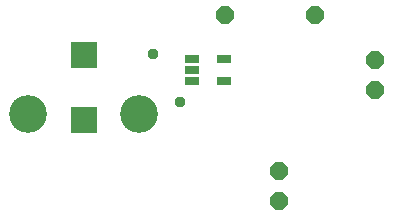
<source format=gts>
G75*
%MOIN*%
%OFA0B0*%
%FSLAX25Y25*%
%IPPOS*%
%LPD*%
%AMOC8*
5,1,8,0,0,1.08239X$1,22.5*
%
%ADD10OC8,0.06000*%
%ADD11R,0.05131X0.03162*%
%ADD12R,0.09068X0.09068*%
%ADD13C,0.12611*%
%ADD14C,0.03778*%
D10*
X0097000Y0042000D03*
X0097000Y0052000D03*
X0129000Y0079000D03*
X0129000Y0089000D03*
X0109000Y0104000D03*
X0079000Y0104000D03*
D11*
X0078630Y0089480D03*
X0078630Y0082000D03*
X0068000Y0082000D03*
X0068000Y0085740D03*
X0068000Y0089480D03*
D12*
X0032000Y0069173D03*
X0032000Y0090827D03*
D13*
X0013496Y0070984D03*
X0050504Y0070984D03*
D14*
X0064000Y0075000D03*
X0055000Y0091000D03*
M02*

</source>
